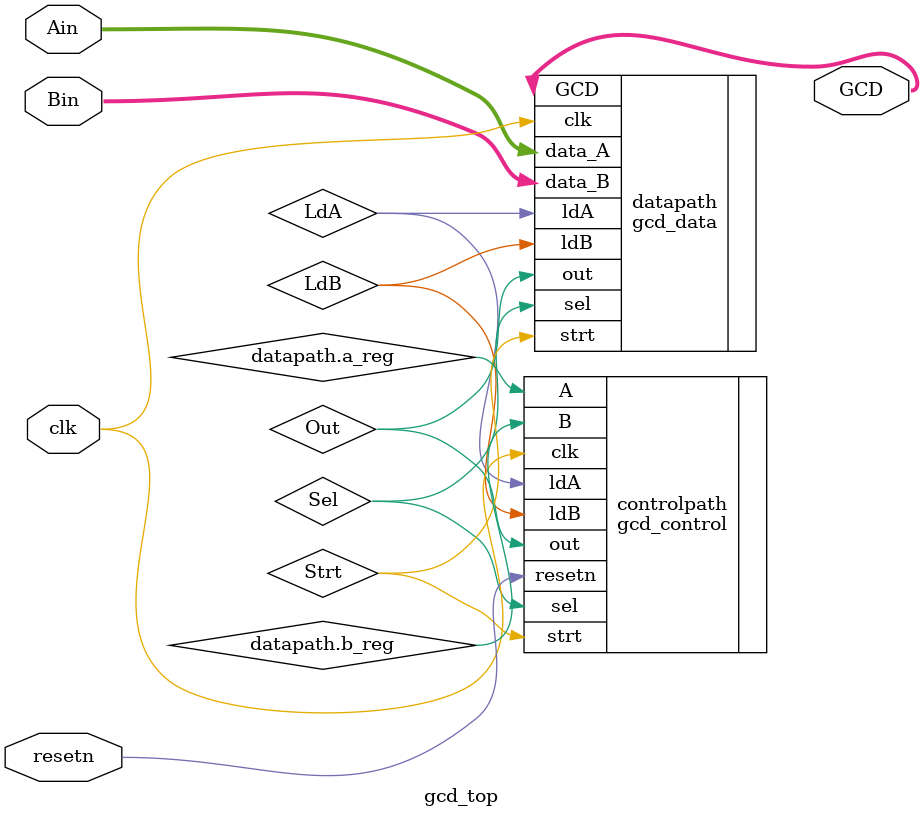
<source format=v>
`timescale 1ns / 1ps
module gcd_top(input clk,resetn,
input [3:0]Ain,Bin,
output [3:0]GCD
    );

wire LdA,LdA,Out,Sel,Strt;

gcd_data datapath(.clk(clk),.ldA(LdA),.ldB(LdB),.sel(Sel),.out(Out),.strt(Strt),.data_A(Ain),.data_B(Bin),.GCD(GCD));
gcd_control controlpath(.clk(clk),.resetn(resetn),.A(datapath.a_reg),.B(datapath.b_reg),.ldA(LdA),.ldB(LdB),.sel(Sel),.out(Out),.strt(Strt));
endmodule

</source>
